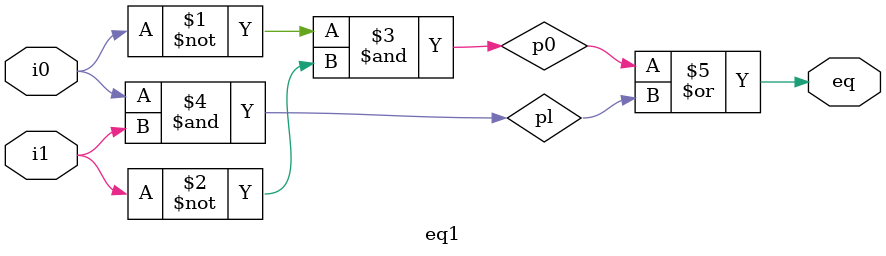
<source format=v>
module eq1(	// file.cleaned.mlir:2:3
  input  i0,	// file.cleaned.mlir:2:21
         i1,	// file.cleaned.mlir:2:34
  output eq	// file.cleaned.mlir:2:48
);

  wire pl;	// file.cleaned.mlir:8:10
  wire p0;	// file.cleaned.mlir:7:10
  assign p0 = ~i0 & ~i1;	// file.cleaned.mlir:5:10, :6:10, :7:10
  assign pl = i0 & i1;	// file.cleaned.mlir:8:10
  assign eq = p0 | pl;	// file.cleaned.mlir:4:10, :7:10, :8:10, :9:5
endmodule


</source>
